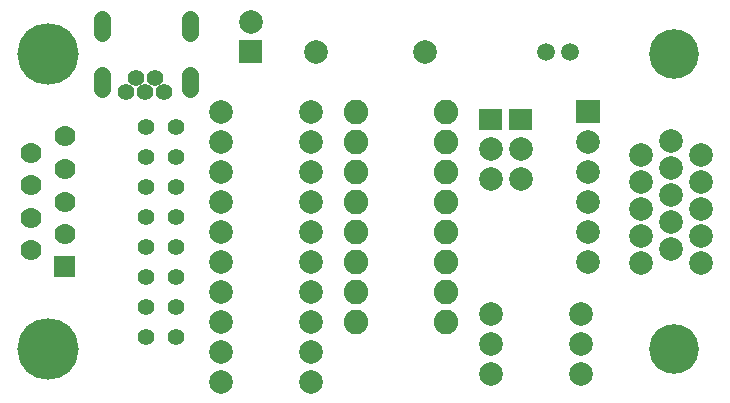
<source format=gts>
G04 Layer: TopSolderMaskLayer*
G04 EasyEDA v6.4.7, 2020-10-15T22:52:29+02:00*
G04 9b8f394e45984ab69384a79ff89e00da,6cad3e709bf64c02bac7d46d3581b9cb,10*
G04 Gerber Generator version 0.2*
G04 Scale: 100 percent, Rotated: No, Reflected: No *
G04 Dimensions in millimeters *
G04 leading zeros omitted , absolute positions ,3 integer and 3 decimal *
%FSLAX33Y33*%
%MOMM*%
G90*
D02*

%ADD31C,1.403198*%
%ADD32C,1.503197*%
%ADD33C,2.003196*%
%ADD36C,1.397000*%
%ADD37C,2.082800*%
%ADD38C,1.778000*%
%ADD39C,5.203190*%
%ADD41C,4.203192*%

%LPD*%
G54D31*
G01X21499Y32324D02*
G01X21499Y33524D01*
G01X21499Y27574D02*
G01X21499Y28774D01*
G01X14060Y27574D02*
G01X14060Y28774D01*
G01X14060Y32324D02*
G01X14060Y33524D01*
G54D32*
G01X51703Y30734D03*
G01X53703Y30734D03*
G54D33*
G01X26670Y33274D03*
G36*
G01X25669Y29733D02*
G01X25669Y31734D01*
G01X27670Y31734D01*
G01X27670Y29733D01*
G01X25669Y29733D01*
G37*
G01X46990Y19939D03*
G01X46990Y22479D03*
G36*
G01X45989Y24130D02*
G01X45989Y25908D01*
G01X47990Y25908D01*
G01X47990Y24130D01*
G01X45989Y24130D01*
G37*
G01X49530Y19939D03*
G01X49530Y22479D03*
G36*
G01X48529Y24130D02*
G01X48529Y25908D01*
G01X50530Y25908D01*
G01X50530Y24130D01*
G01X48529Y24130D01*
G37*
G54D36*
G01X20320Y16764D03*
G01X17780Y16764D03*
G01X20320Y21844D03*
G01X17780Y21844D03*
G01X20320Y9144D03*
G01X17780Y9144D03*
G01X20320Y6604D03*
G01X17780Y6604D03*
G54D33*
G01X41429Y30734D03*
G01X32230Y30734D03*
G01X55245Y12954D03*
G01X55245Y15494D03*
G01X55245Y18034D03*
G01X55245Y20574D03*
G01X55245Y23114D03*
G36*
G01X54244Y24653D02*
G01X54244Y26654D01*
G01X56245Y26654D01*
G01X56245Y24653D01*
G01X54244Y24653D01*
G37*
G54D36*
G01X20320Y11684D03*
G01X17780Y11684D03*
G01X20320Y14224D03*
G01X17780Y14224D03*
G01X20320Y19304D03*
G01X17780Y19304D03*
G01X20320Y24384D03*
G01X17780Y24384D03*
G54D37*
G01X35560Y23114D03*
G01X43180Y23114D03*
G01X43180Y25654D03*
G01X35560Y25654D03*
G54D33*
G01X54610Y8509D03*
G01X54610Y5969D03*
G01X54610Y3429D03*
G01X46990Y8509D03*
G01X46990Y5969D03*
G01X46990Y3429D03*
G54D37*
G01X35560Y12954D03*
G01X43180Y12954D03*
G01X35560Y20574D03*
G01X43180Y20574D03*
G01X35560Y15494D03*
G01X43180Y15494D03*
G01X35560Y10414D03*
G01X43180Y10414D03*
G01X35560Y18034D03*
G01X43180Y18034D03*
G01X35560Y7874D03*
G01X43180Y7874D03*
G54D38*
G01X10945Y18034D03*
G54D39*
G01X9525Y30533D03*
G36*
G01X10055Y11625D02*
G01X10055Y13403D01*
G01X11833Y13403D01*
G01X11833Y11625D01*
G01X10055Y11625D01*
G37*
G54D38*
G01X10945Y15274D03*
G01X10945Y20793D03*
G01X10945Y23553D03*
G01X8104Y13894D03*
G01X8104Y16654D03*
G01X8104Y19413D03*
G01X8104Y22173D03*
G54D39*
G01X9525Y5533D03*
G54D31*
G01X16160Y27272D03*
G01X17760Y27272D03*
G01X16960Y28476D03*
G01X18560Y28476D03*
G01X19360Y27272D03*
G54D33*
G01X31750Y25654D03*
G01X31750Y23114D03*
G01X31750Y20574D03*
G01X31750Y18034D03*
G01X31750Y15494D03*
G01X31750Y12954D03*
G01X31750Y10414D03*
G01X31750Y7874D03*
G01X31750Y5334D03*
G01X31750Y2794D03*
G01X24130Y2794D03*
G01X24130Y5334D03*
G01X24130Y7874D03*
G01X24130Y10414D03*
G01X24130Y18034D03*
G01X24130Y20574D03*
G01X24130Y12954D03*
G01X24130Y15494D03*
G01X24130Y23114D03*
G01X24130Y25654D03*
G01X64770Y22011D03*
G01X64770Y19722D03*
G01X64770Y17431D03*
G01X64770Y15140D03*
G01X64770Y12851D03*
G01X62230Y23161D03*
G01X62230Y20870D03*
G01X62230Y18582D03*
G01X62230Y16291D03*
G01X62230Y13992D03*
G01X59690Y22011D03*
G01X59690Y19722D03*
G01X59690Y17431D03*
G01X59690Y15140D03*
G01X59690Y12851D03*
G54D41*
G01X62484Y30506D03*
G01X62484Y5560D03*
M00*
M02*

</source>
